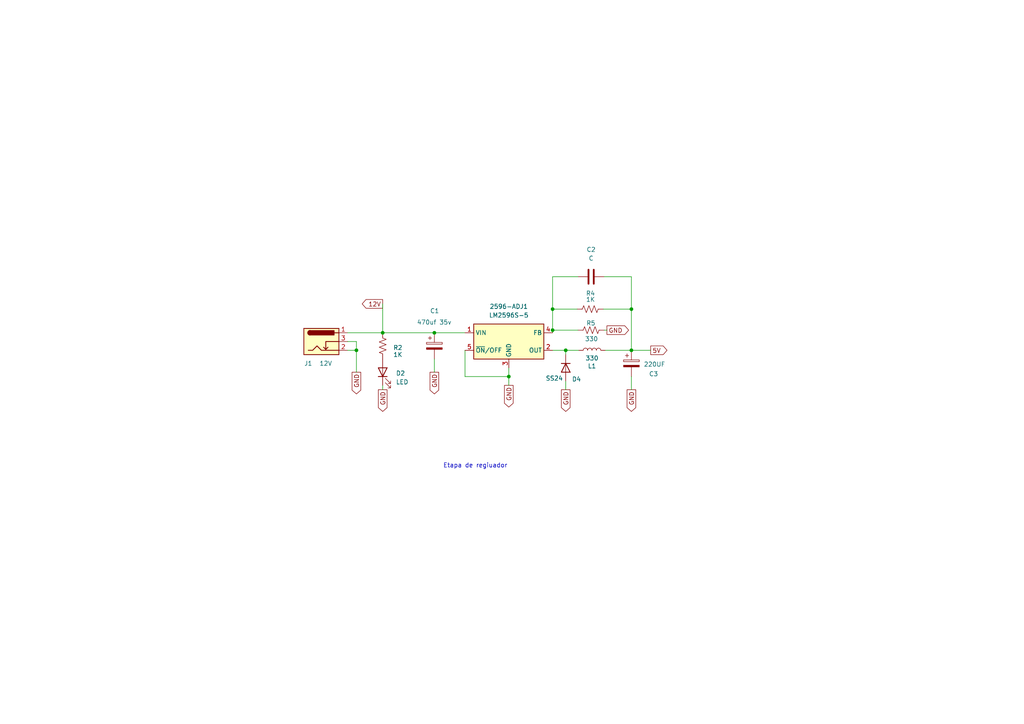
<source format=kicad_sch>
(kicad_sch (version 20230121) (generator eeschema)
  (paper "A4")
  (lib_symbols
    (symbol "Connector:Barrel_Jack_Switch" (pin_names hide)
      (property "Reference" "J" (at 0 5.334 0))
      (property "Value" "Barrel_Jack_Switch" (at 0 -5.08 0))
      (symbol "Barrel_Jack_Switch_0_1"
        (rectangle (start -5.08 3.81) (end 5.08 -3.81) (stroke (width 0.254)) (fill (type background)))
        (arc (start -3.302 3.175) (mid -3.9343 2.54) (end -3.302 1.905) (stroke (width 0.254)))
        (arc (start -3.302 3.175) (mid -3.9343 2.54) (end -3.302 1.905) (stroke (width 0.254)) (fill (type outline)))
        (polyline (pts (xy 1.27 -2.286) (xy 1.905 -1.651)) (stroke (width 0.254)))
        (polyline (pts (xy 5.08 2.54) (xy 3.81 2.54)) (stroke (width 0.254)))
        (polyline (pts (xy 5.08 0) (xy 1.27 0) (xy 1.27 -2.286) (xy 0.635 -1.651)) (stroke (width 0.254)))
        (polyline (pts (xy -3.81 -2.54) (xy -2.54 -2.54) (xy -1.27 -1.27) (xy 0 -2.54) (xy 2.54 -2.54) (xy 5.08 -2.54)) (stroke (width 0.254)))
        (rectangle (start 3.683 3.175) (end -3.302 1.905) (stroke (width 0.254)) (fill (type outline)))
      )
      (symbol "Barrel_Jack_Switch_1_1"
        (pin passive line (at 7.62 2.54 180) (length 2.54) (name "~") (number "1"))
        (pin passive line (at 7.62 -2.54 180) (length 2.54) (name "~") (number "2"))
        (pin passive line (at 7.62 0 180) (length 2.54) (name "~") (number "3"))
      )
    )
    (symbol "Device:C" (pin_numbers hide) (pin_names (offset 0.254))
      (property "Reference" "C" (at 0.635 2.54 0))
      (property "Value" "C" (at 0.635 -2.54 0))
      (symbol "C_0_1"
        (polyline (pts (xy -2.032 -0.762) (xy 2.032 -0.762)) (stroke (width 0.508)))
        (polyline (pts (xy -2.032 0.762) (xy 2.032 0.762)) (stroke (width 0.508)))
      )
      (symbol "C_1_1"
        (pin passive line (at 0 3.81 270) (length 2.794) (name "~") (number "1"))
        (pin passive line (at 0 -3.81 90) (length 2.794) (name "~") (number "2"))
      )
    )
    (symbol "Device:C_Polarized" (pin_numbers hide) (pin_names (offset 0.254))
      (property "Reference" "C" (at 0.635 2.54 0))
      (property "Value" "C_Polarized" (at 0.635 -2.54 0))
      (symbol "C_Polarized_0_1"
        (rectangle (start -2.286 0.508) (end 2.286 1.016))
        (polyline (pts (xy -1.778 2.286) (xy -0.762 2.286)))
        (polyline (pts (xy -1.27 2.794) (xy -1.27 1.778)))
        (rectangle (start 2.286 -0.508) (end -2.286 -1.016) (fill (type outline)))
      )
      (symbol "C_Polarized_1_1"
        (pin passive line (at 0 3.81 270) (length 2.794) (name "~") (number "1"))
        (pin passive line (at 0 -3.81 90) (length 2.794) (name "~") (number "2"))
      )
    )
    (symbol "Device:L" (pin_numbers hide) (pin_names (offset 1.016) hide)
      (property "Reference" "L" (at -1.27 0 90))
      (property "Value" "L" (at 1.905 0 90))
      (symbol "L_0_1"
        (arc (start 0 -2.54) (mid 0.6323 -1.905) (end 0 -1.27))
        (arc (start 0 -1.27) (mid 0.6323 -0.635) (end 0 0))
        (arc (start 0 0) (mid 0.6323 0.635) (end 0 1.27))
        (arc (start 0 1.27) (mid 0.6323 1.905) (end 0 2.54))
      )
      (symbol "L_1_1"
        (pin passive line (at 0 3.81 270) (length 1.27) (name "1") (number "1"))
        (pin passive line (at 0 -3.81 90) (length 1.27) (name "2") (number "2"))
      )
    )
    (symbol "Device:LED" (pin_numbers hide) (pin_names (offset 1.016) hide)
      (property "Reference" "D" (at 0 2.54 0))
      (property "Value" "LED" (at 0 -2.54 0))
      (symbol "LED_0_1"
        (polyline (pts (xy -1.27 -1.27) (xy -1.27 1.27)) (stroke (width 0.254)))
        (polyline (pts (xy -1.27 0) (xy 1.27 0)))
        (polyline (pts (xy 1.27 -1.27) (xy 1.27 1.27) (xy -1.27 0) (xy 1.27 -1.27)) (stroke (width 0.254)))
        (polyline (pts (xy -3.048 -0.762) (xy -4.572 -2.286) (xy -3.81 -2.286) (xy -4.572 -2.286) (xy -4.572 -1.524)))
        (polyline (pts (xy -1.778 -0.762) (xy -3.302 -2.286) (xy -2.54 -2.286) (xy -3.302 -2.286) (xy -3.302 -1.524)))
      )
      (symbol "LED_1_1"
        (pin passive line (at -3.81 0 0) (length 2.54) (name "K") (number "1"))
        (pin passive line (at 3.81 0 180) (length 2.54) (name "A") (number "2"))
      )
    )
    (symbol "Device:R_US" (pin_numbers hide) (pin_names (offset 0))
      (property "Reference" "R" (at 2.54 0 90))
      (property "Value" "R_US" (at -2.54 0 90))
      (symbol "R_US_0_1"
        (polyline (pts (xy 0 -2.286) (xy 0 -2.54)))
        (polyline (pts (xy 0 2.286) (xy 0 2.54)))
        (polyline (pts (xy 0 -0.762) (xy 1.016 -1.143) (xy 0 -1.524) (xy -1.016 -1.905) (xy 0 -2.286)))
        (polyline (pts (xy 0 0.762) (xy 1.016 0.381) (xy 0 0) (xy -1.016 -0.381) (xy 0 -0.762)))
        (polyline (pts (xy 0 2.286) (xy 1.016 1.905) (xy 0 1.524) (xy -1.016 1.143) (xy 0 0.762)))
      )
      (symbol "R_US_1_1"
        (pin passive line (at 0 3.81 270) (length 1.27) (name "~") (number "1"))
        (pin passive line (at 0 -3.81 90) (length 1.27) (name "~") (number "2"))
      )
    )
    (symbol "Diode:US2MA" (pin_numbers hide) (pin_names (offset 1.016) hide)
      (property "Reference" "D" (at 0 2.54 0))
      (property "Value" "US2MA" (at 0 -2.54 0))
      (symbol "US2MA_0_1"
        (polyline (pts (xy -1.27 1.27) (xy -1.27 -1.27)) (stroke (width 0.254)))
        (polyline (pts (xy 1.27 0) (xy -1.27 0)))
        (polyline (pts (xy 1.27 1.27) (xy 1.27 -1.27) (xy -1.27 0) (xy 1.27 1.27)) (stroke (width 0.254)))
      )
      (symbol "US2MA_1_1"
        (pin passive line (at -3.81 0 0) (length 2.54) (name "K") (number "1"))
        (pin passive line (at 3.81 0 180) (length 2.54) (name "A") (number "2"))
      )
    )
    (symbol "Regulator_Switching:LM2596S-5"
      (property "Reference" "U" (at -10.16 6.35 0))
      (property "Value" "LM2596S-5" (at 0 6.35 0))
      (symbol "LM2596S-5_0_1"
        (rectangle (start -10.16 5.08) (end 10.16 -5.08) (stroke (width 0.254)) (fill (type background)))
      )
      (symbol "LM2596S-5_1_1"
        (pin power_in line (at -12.7 2.54 0) (length 2.54) (name "VIN") (number "1"))
        (pin output line (at 12.7 -2.54 180) (length 2.54) (name "OUT") (number "2"))
        (pin power_in line (at 0 -7.62 90) (length 2.54) (name "GND") (number "3"))
        (pin input line (at 12.7 2.54 180) (length 2.54) (name "FB") (number "4"))
        (pin input line (at -12.7 -2.54 0) (length 2.54) (name "~{ON}/OFF") (number "5"))
      )
    )
  )
  (junction (at 103.378 101.6))
  (junction (at 160.274 89.662))
  (junction (at 160.274 95.758))
  (junction (at 164.084 101.6))
  (junction (at 183.134 101.6))
  (junction (at 125.984 96.52))
  (junction (at 183.134 89.662))
  (junction (at 110.998 96.52))
  (junction (at 147.574 109.22))
  (wire (pts (xy 175.006 89.662) (xy 183.134 89.662)))
  (wire (pts (xy 103.378 101.6) (xy 103.378 107.95)))
  (wire (pts (xy 160.274 101.6) (xy 164.084 101.6)))
  (wire (pts (xy 134.874 109.22) (xy 147.574 109.22)))
  (wire (pts (xy 164.084 102.87) (xy 164.084 101.6)))
  (wire (pts (xy 100.838 101.6) (xy 103.378 101.6)))
  (wire (pts (xy 110.998 96.52) (xy 100.838 96.52)))
  (wire (pts (xy 110.998 111.76) (xy 110.998 113.03)))
  (wire (pts (xy 175.26 80.264) (xy 183.134 80.264)))
  (wire (pts (xy 134.874 101.6) (xy 134.874 109.22)))
  (wire (pts (xy 183.134 80.264) (xy 183.134 89.662)))
  (wire (pts (xy 160.274 95.758) (xy 160.274 96.52)))
  (wire (pts (xy 167.64 80.264) (xy 160.274 80.264)))
  (wire (pts (xy 125.984 96.52) (xy 134.874 96.52)))
  (wire (pts (xy 125.984 104.14) (xy 125.984 107.95)))
  (wire (pts (xy 160.274 80.264) (xy 160.274 89.662)))
  (wire (pts (xy 147.574 109.22) (xy 147.574 111.76)))
  (wire (pts (xy 160.274 89.662) (xy 160.274 95.758)))
  (wire (pts (xy 147.574 106.68) (xy 147.574 109.22)))
  (wire (pts (xy 103.378 99.06) (xy 103.378 101.6)))
  (wire (pts (xy 167.386 89.662) (xy 160.274 89.662)))
  (wire (pts (xy 175.514 101.6) (xy 183.134 101.6)))
  (wire (pts (xy 183.134 109.22) (xy 183.134 113.03)))
  (wire (pts (xy 160.274 95.758) (xy 167.64 95.758)))
  (wire (pts (xy 183.134 89.662) (xy 183.134 101.6)))
  (wire (pts (xy 110.998 96.52) (xy 125.984 96.52)))
  (wire (pts (xy 100.838 99.06) (xy 103.378 99.06)))
  (wire (pts (xy 164.084 113.03) (xy 164.084 110.49)))
  (wire (pts (xy 110.998 88.138) (xy 110.998 96.52)))
  (wire (pts (xy 164.084 101.6) (xy 167.894 101.6)))
  (wire (pts (xy 175.26 95.758) (xy 176.022 95.758)))
  (wire (pts (xy 183.134 101.6) (xy 188.722 101.6)))
  (text "Etapa de regiuador\n" (at 128.524 135.89 0) (effects (font (size 1.27 1.27)) (justify left bottom)))
  (global_label "GND" (shape output) (at 183.134 113.03 270) (property "Intersheetrefs" "${INTERSHEET_REFS}" (effects hide)))
  (global_label "GND" (shape output) (at 103.378 107.95 270) (property "Intersheetrefs" "${INTERSHEET_REFS}" (effects hide)))
  (global_label "5V" (shape output) (at 188.722 101.6 0) (property "Intersheetrefs" "${INTERSHEET_REFS}" (effects hide)))
  (global_label "GND" (shape output) (at 125.984 107.95 270) (property "Intersheetrefs" "${INTERSHEET_REFS}" (effects hide)))
  (global_label "GND" (shape output) (at 164.084 113.03 270) (property "Intersheetrefs" "${INTERSHEET_REFS}" (effects hide)))
  (global_label "GND" (shape output) (at 176.022 95.758 0) (property "Intersheetrefs" "${INTERSHEET_REFS}" (effects hide)))
  (global_label "GND" (shape output) (at 110.998 113.03 270) (property "Intersheetrefs" "${INTERSHEET_REFS}" (effects hide)))
  (global_label "GND" (shape output) (at 147.574 111.76 270) (property "Intersheetrefs" "${INTERSHEET_REFS}" (effects hide)))
  (global_label "12V" (shape output) (at 110.998 88.138 180) (property "Intersheetrefs" "${INTERSHEET_REFS}" (effects hide)))
  (symbol (lib_id "Device:LED") (at 110.998 107.95 90) (unit 1)
    (property "Reference" "D2" (at 114.808 108.2674 90) (effects (justify right)))
    (property "Value" "LED" (at 114.808 110.8074 90) (effects (justify right)))
    (property "Footprint" "Resistor_SMD:R_1206_3216Metric_Pad1.30x1.75mm_HandSolder" (effects hide))
    (instances (project "SCARAB-V1" (path "" (reference "D2") (unit 1))) (project "ER-PROMEGA-SHIELD" (path "" (reference "D1") (unit 1))))
  )
  (symbol (lib_id "Device:R_US") (at 110.998 100.33 0) (unit 1)
    (property "Reference" "R2" (at 114.046 100.838 0) (effects (justify left)))
    (property "Value" "1K" (at 114.046 102.87 0) (effects (justify left)))
    (property "Footprint" "Resistor_SMD:R_0805_2012Metric_Pad1.20x1.40mm_HandSolder" (effects hide))
    (instances (project "SCARAB-V1" (path "" (reference "R2") (unit 1))) (project "ER-PROMEGA-SHIELD" (path "" (reference "R1") (unit 1))))
  )
  (symbol (lib_id "Device:C") (at 171.45 80.264 90) (unit 1)
    (property "Reference" "C2" (at 171.45 72.39 90))
    (property "Value" "C" (at 171.45 74.93 90))
    (property "Footprint" "Capacitor_SMD:C_0805_2012Metric" (effects hide))
  )
  (symbol (lib_id "Device:R_US") (at 171.196 89.662 270) (unit 1)
    (property "Reference" "R4" (at 169.926 85.09 90) (effects (justify left)))
    (property "Value" "1K" (at 169.926 86.868 90) (effects (justify left)))
    (property "Footprint" "Resistor_SMD:R_0805_2012Metric_Pad1.20x1.40mm_HandSolder" (effects hide))
    (instances (project "SCARAB-V1" (path "" (reference "R4") (unit 1))) (project "ER-PROMEGA-SHIELD" (path "" (reference "R2") (unit 1))))
  )
  (symbol (lib_id "Connector:Barrel_Jack_Switch") (at 93.218 99.06 0) (unit 1)
    (property "Reference" "J1" (at 89.408 105.41 0))
    (property "Value" "12V" (at 94.488 105.41 0))
    (property "Footprint" "Connector_BarrelJack:BarrelJack_Horizontal" (effects hide))
  )
  (symbol (lib_id "Device:R_US") (at 171.45 95.758 90) (unit 1)
    (property "Reference" "R5" (at 172.72 93.726 90) (effects (justify left)))
    (property "Value" "330" (at 173.482 98.298 90) (effects (justify left)))
    (property "Footprint" "Resistor_SMD:R_0805_2012Metric_Pad1.20x1.40mm_HandSolder" (effects hide))
    (instances (project "SCARAB-V1" (path "" (reference "R5") (unit 1))) (project "ER-PROMEGA-SHIELD" (path "" (reference "R3") (unit 1))))
  )
  (symbol (lib_id "Device:L") (at 171.704 101.6 90) (unit 1)
    (property "Reference" "L1" (at 171.704 106.172 90))
    (property "Value" "330" (at 171.704 103.886 90))
    (property "Footprint" "Inductor_SMD:L_Bourns-SRN1060" (effects hide))
  )
  (symbol (lib_id "Diode:US2MA") (at 164.084 106.68 270) (unit 1)
    (property "Reference" "D4" (at 165.862 109.982 90) (effects (justify left)))
    (property "Value" "SS24" (at 158.242 109.728 90) (effects (justify left)))
    (property "Footprint" "Diode_SMD:D_SMA" (effects hide))
    (property "Datasheet" "https://www.onsemi.com/pub/Collateral/US2AA-D.PDF" (effects hide))
    (instances (project "SCARAB-V1" (path "" (reference "D4") (unit 1))) (project "ER-PROMEGA-SHIELD" (path "" (reference "D2") (unit 1))))
  )
  (symbol (lib_id "Device:C_Polarized") (at 125.984 100.33 0) (unit 1)
    (property "Reference" "C1" (at 124.714 90.17 0) (effects (justify left)))
    (property "Value" "470uf 35v" (at 120.904 93.472 0) (effects (justify left)))
    (property "Footprint" "Capacitor_THT:CP_Radial_D6.3mm_P2.50mm" (effects hide))
  )
  (symbol (lib_id "Regulator_Switching:LM2596S-5") (at 147.574 99.06 0) (unit 1)
    (property "Reference" "2596-ADJ1" (at 147.574 88.9 0))
    (property "Value" "LM2596S-5" (at 147.574 91.44 0))
    (property "Footprint" "Package_TO_SOT_SMD:TO-263-5_TabPin3" (effects hide))
    (property "Datasheet" "http://www.ti.com/lit/ds/symlink/lm2596.pdf" (effects hide))
  )
  (symbol (lib_id "Device:C_Polarized") (at 183.134 105.41 0) (unit 1)
    (property "Reference" "C3" (at 188.214 108.458 0) (effects (justify left)))
    (property "Value" "220UF" (at 186.69 105.664 0) (effects (justify left)))
    (property "Footprint" "Capacitor_THT:CP_Radial_D6.3mm_P2.50mm" (effects hide))
  )
)
</source>
